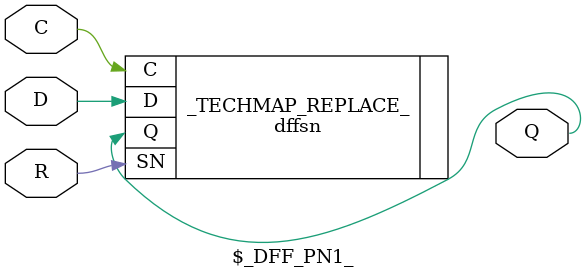
<source format=v>

module \$_DFF_P_ (D, C, Q);
    input D;
    input C;
    output Q;
    parameter _TECHMAP_WIREINIT_Q_ = 1'bx;
    dff _TECHMAP_REPLACE_ (.Q(Q), .D(D), .C(C));
endmodule

// Async active-high reset
module \$_DFF_PP0_ (D, C, R, Q);
    input D;
    input C;
    input R;
    output Q;
    parameter _TECHMAP_WIREINIT_Q_ = 1'bx;
    dffr _TECHMAP_REPLACE_ (.Q(Q), .D(D), .C(C), .R(R));
endmodule

// Async active-high set
module \$_DFF_PP1_ (D, C, R, Q);
    input D;
    input C;
    input R;
    output Q;
    parameter _TECHMAP_WIREINIT_Q_ = 1'bx;
    dffs _TECHMAP_REPLACE_ (.Q(Q), .D(D), .C(C), .S(R));
endmodule

// Async active-low reset
module \$_DFF_PN0_ (D, C, R, Q);
    input D;
    input C;
    input R;
    output Q;
    parameter _TECHMAP_WIREINIT_Q_ = 1'bx;
    dffrn _TECHMAP_REPLACE_ (.Q(Q), .D(D), .C(C), .RN(R));
endmodule

// Async active-low set
module \$_DFF_PN1_ (D, C, R, Q);
    input D;
    input C;
    input R;
    output Q;
    parameter _TECHMAP_WIREINIT_Q_ = 1'bx;
    dffsn _TECHMAP_REPLACE_ (.Q(Q), .D(D), .C(C), .SN(R));
endmodule

</source>
